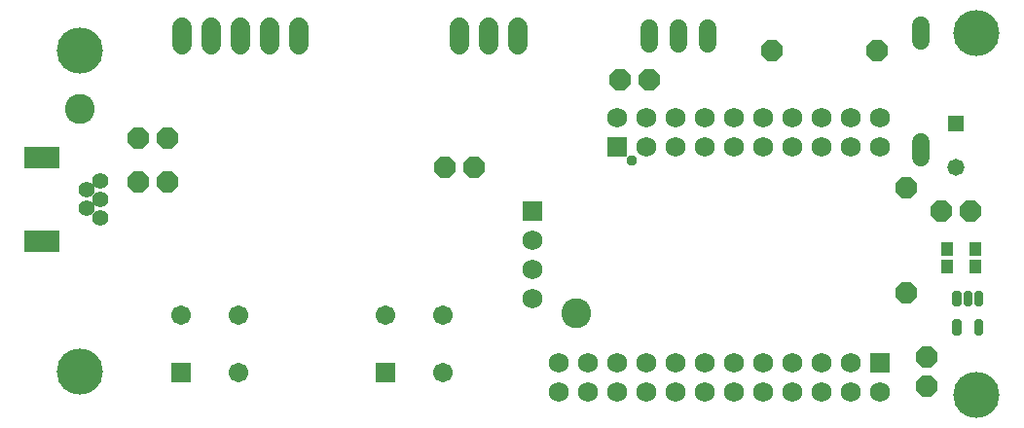
<source format=gbr>
G04 EAGLE Gerber RS-274X export*
G75*
%MOMM*%
%FSLAX34Y34*%
%LPD*%
%INSoldermask Top*%
%IPPOS*%
%AMOC8*
5,1,8,0,0,1.08239X$1,22.5*%
G01*
%ADD10C,4.013200*%
%ADD11R,3.102950X1.908759*%
%ADD12R,3.101191X1.903519*%
%ADD13R,3.102200X1.896169*%
%ADD14C,1.411200*%
%ADD15C,0.903200*%
%ADD16C,1.727200*%
%ADD17R,1.727200X1.727200*%
%ADD18C,1.727200*%
%ADD19R,1.711200X1.711200*%
%ADD20C,1.711200*%
%ADD21P,2.034460X8X22.500000*%
%ADD22P,2.034460X8X202.500000*%
%ADD23C,1.524000*%
%ADD24R,1.473200X1.473200*%
%ADD25C,1.473200*%
%ADD26C,2.603200*%
%ADD27R,1.103200X1.303200*%
%ADD28P,2.034460X8X112.500000*%
%ADD29P,2.034460X8X292.500000*%
%ADD30C,0.499716*%
%ADD31C,0.959600*%


D10*
X50800Y330200D03*
X50800Y50800D03*
X830580Y30480D03*
X830580Y345440D03*
D11*
X17795Y237204D03*
D12*
X17786Y237178D03*
D13*
X17791Y164141D03*
D14*
X68280Y200660D03*
X68280Y184660D03*
X56280Y208660D03*
X56280Y192660D03*
X68280Y216660D03*
D15*
X17780Y164160D03*
X17780Y237160D03*
D16*
X381000Y335280D02*
X381000Y350520D01*
X406400Y350520D02*
X406400Y335280D01*
X431800Y335280D02*
X431800Y350520D01*
D17*
X444500Y190500D03*
D18*
X444500Y165100D03*
X444500Y139700D03*
X444500Y114300D03*
D17*
X518160Y246380D03*
D18*
X518160Y271780D03*
X543560Y246380D03*
X543560Y271780D03*
X568960Y246380D03*
X568960Y271780D03*
X594360Y246380D03*
X594360Y271780D03*
X619760Y246380D03*
X619760Y271780D03*
X645160Y246380D03*
X645160Y271780D03*
X670560Y246380D03*
X670560Y271780D03*
X695960Y246380D03*
X695960Y271780D03*
X721360Y246380D03*
X721360Y271780D03*
X746760Y246380D03*
X746760Y271780D03*
D17*
X746760Y58420D03*
D18*
X746760Y33020D03*
X721360Y58420D03*
X721360Y33020D03*
X695960Y58420D03*
X695960Y33020D03*
X670560Y58420D03*
X670560Y33020D03*
X645160Y58420D03*
X645160Y33020D03*
X619760Y58420D03*
X619760Y33020D03*
X594360Y58420D03*
X594360Y33020D03*
X568960Y58420D03*
X568960Y33020D03*
X543560Y58420D03*
X543560Y33020D03*
X518160Y58420D03*
X518160Y33020D03*
X492760Y58420D03*
X492760Y33020D03*
X467360Y58420D03*
X467360Y33020D03*
D19*
X138900Y50000D03*
D20*
X188900Y50000D03*
X188900Y100000D03*
X138900Y100000D03*
D19*
X316700Y50000D03*
D20*
X366700Y50000D03*
X366700Y100000D03*
X316700Y100000D03*
D21*
X101600Y215900D03*
X127000Y215900D03*
X101600Y254000D03*
X127000Y254000D03*
D22*
X546100Y304800D03*
X520700Y304800D03*
X393700Y228600D03*
X368300Y228600D03*
D16*
X139700Y335280D02*
X139700Y350520D01*
X165100Y350520D02*
X165100Y335280D01*
X190500Y335280D02*
X190500Y350520D01*
X215900Y350520D02*
X215900Y335280D01*
X241300Y335280D02*
X241300Y350520D01*
D23*
X596900Y349504D02*
X596900Y336296D01*
X546100Y336296D02*
X546100Y349504D01*
X571500Y349504D02*
X571500Y336296D01*
D22*
X744220Y330200D03*
X652780Y330200D03*
D24*
X812800Y266700D03*
D25*
X812800Y228600D03*
D21*
X800100Y190500D03*
X825500Y190500D03*
D26*
X482600Y101600D03*
X50800Y279400D03*
D27*
X805020Y157000D03*
X805020Y142000D03*
X829020Y142000D03*
X829020Y157000D03*
D28*
X787400Y38100D03*
X787400Y63500D03*
D23*
X782320Y237236D02*
X782320Y250444D01*
X782320Y338836D02*
X782320Y352044D01*
D29*
X769620Y210820D03*
X769620Y119380D03*
D30*
X830992Y118718D02*
X830992Y109582D01*
X830992Y118718D02*
X833928Y118718D01*
X833928Y109582D01*
X830992Y109582D01*
X830992Y114329D02*
X833928Y114329D01*
X821492Y118718D02*
X821492Y109582D01*
X821492Y118718D02*
X824428Y118718D01*
X824428Y109582D01*
X821492Y109582D01*
X821492Y114329D02*
X824428Y114329D01*
X811992Y118718D02*
X811992Y109582D01*
X811992Y118718D02*
X814928Y118718D01*
X814928Y109582D01*
X811992Y109582D01*
X811992Y114329D02*
X814928Y114329D01*
X811992Y93618D02*
X811992Y84482D01*
X811992Y93618D02*
X814928Y93618D01*
X814928Y84482D01*
X811992Y84482D01*
X811992Y89229D02*
X814928Y89229D01*
X830992Y93618D02*
X830992Y84482D01*
X830992Y93618D02*
X833928Y93618D01*
X833928Y84482D01*
X830992Y84482D01*
X830992Y89229D02*
X833928Y89229D01*
D31*
X530352Y234696D03*
M02*

</source>
